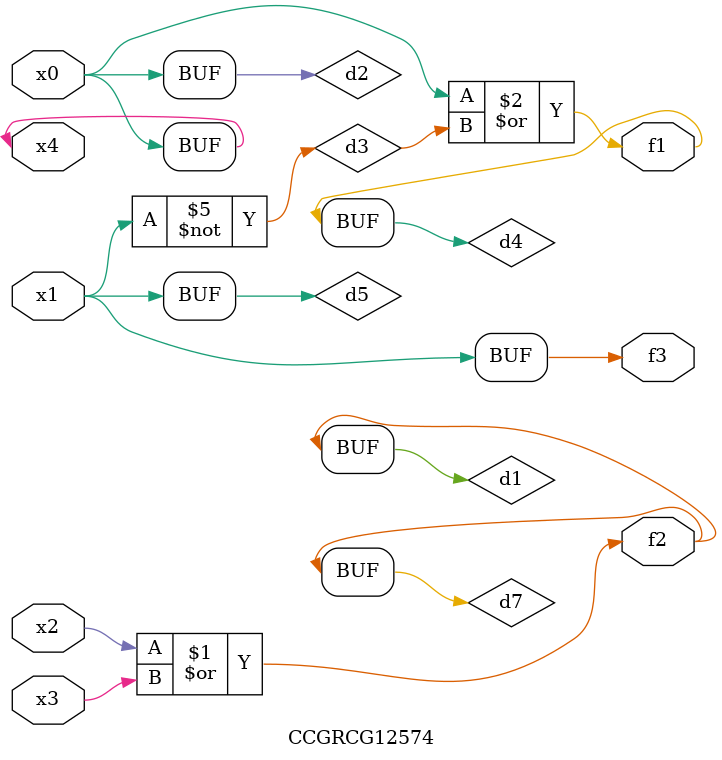
<source format=v>
module CCGRCG12574(
	input x0, x1, x2, x3, x4,
	output f1, f2, f3
);

	wire d1, d2, d3, d4, d5, d6, d7;

	or (d1, x2, x3);
	buf (d2, x0, x4);
	not (d3, x1);
	or (d4, d2, d3);
	not (d5, d3);
	nand (d6, d1, d3);
	or (d7, d1);
	assign f1 = d4;
	assign f2 = d7;
	assign f3 = d5;
endmodule

</source>
